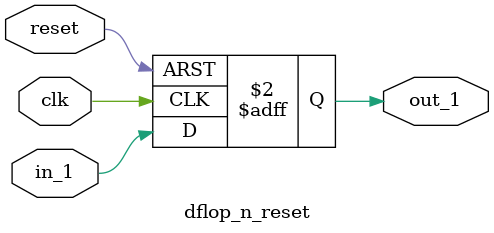
<source format=v>
module dflop_n_reset (
    in_1,
    clk,
    reset,
    out_1
);

input in_1;
input clk;
input reset;
output out_1;
// out_1 is also register 
reg out_1;

always @(posedge clk or posedge reset) begin
    if (reset) begin
        out_1 <= 1'b0;
    end else begin
        out_1 <= in_1;
    end
end
    
endmodule
</source>
